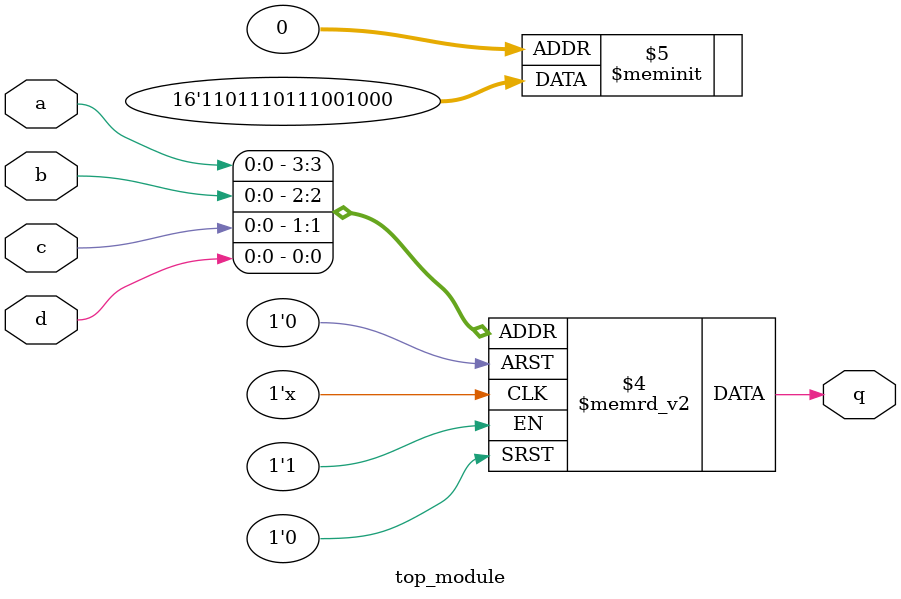
<source format=sv>
module top_module (
    input a, 
    input b, 
    input c, 
    input d,
    output reg q
);

    always @(*) begin
        case({a, b, c, d})
            4'b0000: q = 1'b0;
            4'b0001: q = 1'b0;
            4'b0010: q = 1'b0;
            4'b0011: q = 1'b1;
            4'b0100: q = 1'b0;
            4'b0101: q = 1'b0;
            4'b0110: q = 1'b1;
            4'b0111: q = 1'b1;
            4'b1000: q = 1'b1;
            4'b1001: q = 1'b0;
            4'b1010: q = 1'b1;
            4'b1011: q = 1'b1;
            4'b1100: q = 1'b1;
            4'b1101: q = 1'b0;
            4'b1110: q = 1'b1;
            4'b1111: q = 1'b1;
            default: q = 1'b0;
        endcase
    end
    
endmodule

</source>
